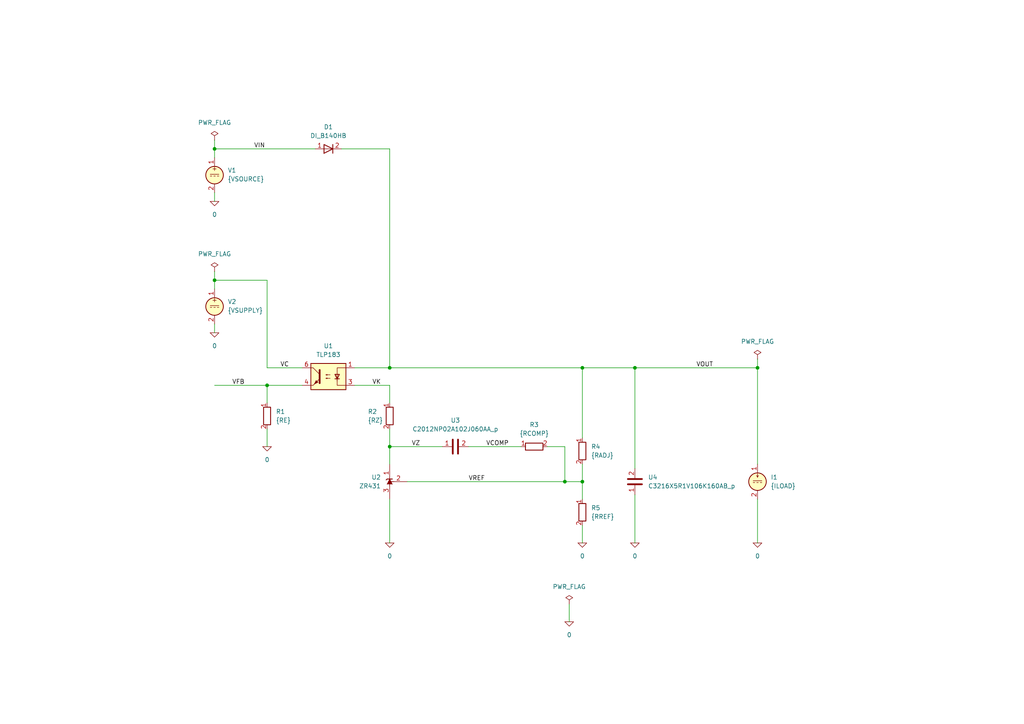
<source format=kicad_sch>
(kicad_sch
	(version 20250114)
	(generator "eeschema")
	(generator_version "9.0")
	(uuid "438b4df7-5a86-453e-be28-7fe7d9dcae83")
	(paper "A4")
	(title_block
		(title "Photocoupling voltage feedback")
		(date "2025-07-09")
		(rev "1")
		(company "astroelectronic@")
		(comment 1 "-")
		(comment 2 "-")
		(comment 3 "-")
		(comment 4 "AE01009183")
	)
	(lib_symbols
		(symbol "C_1"
			(pin_names
				(offset 0.254)
				(hide yes)
			)
			(exclude_from_sim no)
			(in_bom yes)
			(on_board yes)
			(property "Reference" "C"
				(at 0.635 2.54 0)
				(effects
					(font
						(size 1.27 1.27)
					)
					(justify left)
				)
			)
			(property "Value" "C"
				(at 0.635 -2.54 0)
				(effects
					(font
						(size 1.27 1.27)
					)
					(justify left)
				)
			)
			(property "Footprint" ""
				(at 0.9652 -3.81 0)
				(effects
					(font
						(size 1.27 1.27)
					)
					(hide yes)
				)
			)
			(property "Datasheet" "~"
				(at 0 0 0)
				(effects
					(font
						(size 1.27 1.27)
					)
					(hide yes)
				)
			)
			(property "Description" "Unpolarized capacitor"
				(at 0 0 0)
				(effects
					(font
						(size 1.27 1.27)
					)
					(hide yes)
				)
			)
			(property "ki_keywords" "cap capacitor"
				(at 0 0 0)
				(effects
					(font
						(size 1.27 1.27)
					)
					(hide yes)
				)
			)
			(property "ki_fp_filters" "C_*"
				(at 0 0 0)
				(effects
					(font
						(size 1.27 1.27)
					)
					(hide yes)
				)
			)
			(symbol "C_1_0_1"
				(polyline
					(pts
						(xy -2.032 0.762) (xy 2.032 0.762)
					)
					(stroke
						(width 0.508)
						(type default)
					)
					(fill
						(type none)
					)
				)
				(polyline
					(pts
						(xy -2.032 -0.762) (xy 2.032 -0.762)
					)
					(stroke
						(width 0.508)
						(type default)
					)
					(fill
						(type none)
					)
				)
			)
			(symbol "C_1_1_1"
				(pin passive line
					(at 0 3.81 270)
					(length 2.794)
					(name "~"
						(effects
							(font
								(size 1.27 1.27)
							)
						)
					)
					(number "1"
						(effects
							(font
								(size 1.27 1.27)
							)
						)
					)
				)
				(pin passive line
					(at 0 -3.81 90)
					(length 2.794)
					(name "~"
						(effects
							(font
								(size 1.27 1.27)
							)
						)
					)
					(number "2"
						(effects
							(font
								(size 1.27 1.27)
							)
						)
					)
				)
			)
			(embedded_fonts no)
		)
		(symbol "R_1"
			(pin_names
				(offset 0)
				(hide yes)
			)
			(exclude_from_sim no)
			(in_bom yes)
			(on_board yes)
			(property "Reference" "R"
				(at 2.032 0 90)
				(effects
					(font
						(size 1.27 1.27)
					)
				)
			)
			(property "Value" "R"
				(at 0 0 90)
				(effects
					(font
						(size 1.27 1.27)
					)
				)
			)
			(property "Footprint" ""
				(at -1.778 0 90)
				(effects
					(font
						(size 1.27 1.27)
					)
					(hide yes)
				)
			)
			(property "Datasheet" "~"
				(at 0 0 0)
				(effects
					(font
						(size 1.27 1.27)
					)
					(hide yes)
				)
			)
			(property "Description" "Resistor"
				(at 0 0 0)
				(effects
					(font
						(size 1.27 1.27)
					)
					(hide yes)
				)
			)
			(property "ki_keywords" "R res resistor"
				(at 0 0 0)
				(effects
					(font
						(size 1.27 1.27)
					)
					(hide yes)
				)
			)
			(property "ki_fp_filters" "R_*"
				(at 0 0 0)
				(effects
					(font
						(size 1.27 1.27)
					)
					(hide yes)
				)
			)
			(symbol "R_1_0_1"
				(rectangle
					(start -1.016 -2.54)
					(end 1.016 2.54)
					(stroke
						(width 0.254)
						(type default)
					)
					(fill
						(type none)
					)
				)
			)
			(symbol "R_1_1_1"
				(pin passive line
					(at 0 3.81 270)
					(length 1.27)
					(name "~"
						(effects
							(font
								(size 1.27 1.27)
							)
						)
					)
					(number "1"
						(effects
							(font
								(size 1.27 1.27)
							)
						)
					)
				)
				(pin passive line
					(at 0 -3.81 90)
					(length 1.27)
					(name "~"
						(effects
							(font
								(size 1.27 1.27)
							)
						)
					)
					(number "2"
						(effects
							(font
								(size 1.27 1.27)
							)
						)
					)
				)
			)
			(embedded_fonts no)
		)
		(symbol "R_2"
			(pin_names
				(offset 0)
				(hide yes)
			)
			(exclude_from_sim no)
			(in_bom yes)
			(on_board yes)
			(property "Reference" "R"
				(at 2.032 0 90)
				(effects
					(font
						(size 1.27 1.27)
					)
				)
			)
			(property "Value" "R"
				(at 0 0 90)
				(effects
					(font
						(size 1.27 1.27)
					)
				)
			)
			(property "Footprint" ""
				(at -1.778 0 90)
				(effects
					(font
						(size 1.27 1.27)
					)
					(hide yes)
				)
			)
			(property "Datasheet" "~"
				(at 0 0 0)
				(effects
					(font
						(size 1.27 1.27)
					)
					(hide yes)
				)
			)
			(property "Description" "Resistor"
				(at 0 0 0)
				(effects
					(font
						(size 1.27 1.27)
					)
					(hide yes)
				)
			)
			(property "ki_keywords" "R res resistor"
				(at 0 0 0)
				(effects
					(font
						(size 1.27 1.27)
					)
					(hide yes)
				)
			)
			(property "ki_fp_filters" "R_*"
				(at 0 0 0)
				(effects
					(font
						(size 1.27 1.27)
					)
					(hide yes)
				)
			)
			(symbol "R_2_0_1"
				(rectangle
					(start -1.016 -2.54)
					(end 1.016 2.54)
					(stroke
						(width 0.254)
						(type default)
					)
					(fill
						(type none)
					)
				)
			)
			(symbol "R_2_1_1"
				(pin passive line
					(at 0 3.81 270)
					(length 1.27)
					(name "~"
						(effects
							(font
								(size 1.27 1.27)
							)
						)
					)
					(number "1"
						(effects
							(font
								(size 1.27 1.27)
							)
						)
					)
				)
				(pin passive line
					(at 0 -3.81 90)
					(length 1.27)
					(name "~"
						(effects
							(font
								(size 1.27 1.27)
							)
						)
					)
					(number "2"
						(effects
							(font
								(size 1.27 1.27)
							)
						)
					)
				)
			)
			(embedded_fonts no)
		)
		(symbol "R_3"
			(pin_names
				(offset 0)
				(hide yes)
			)
			(exclude_from_sim no)
			(in_bom yes)
			(on_board yes)
			(property "Reference" "R"
				(at 2.032 0 90)
				(effects
					(font
						(size 1.27 1.27)
					)
				)
			)
			(property "Value" "R"
				(at 0 0 90)
				(effects
					(font
						(size 1.27 1.27)
					)
				)
			)
			(property "Footprint" ""
				(at -1.778 0 90)
				(effects
					(font
						(size 1.27 1.27)
					)
					(hide yes)
				)
			)
			(property "Datasheet" "~"
				(at 0 0 0)
				(effects
					(font
						(size 1.27 1.27)
					)
					(hide yes)
				)
			)
			(property "Description" "Resistor"
				(at 0 0 0)
				(effects
					(font
						(size 1.27 1.27)
					)
					(hide yes)
				)
			)
			(property "ki_keywords" "R res resistor"
				(at 0 0 0)
				(effects
					(font
						(size 1.27 1.27)
					)
					(hide yes)
				)
			)
			(property "ki_fp_filters" "R_*"
				(at 0 0 0)
				(effects
					(font
						(size 1.27 1.27)
					)
					(hide yes)
				)
			)
			(symbol "R_3_0_1"
				(rectangle
					(start -1.016 -2.54)
					(end 1.016 2.54)
					(stroke
						(width 0.254)
						(type default)
					)
					(fill
						(type none)
					)
				)
			)
			(symbol "R_3_1_1"
				(pin passive line
					(at 0 3.81 270)
					(length 1.27)
					(name "~"
						(effects
							(font
								(size 1.27 1.27)
							)
						)
					)
					(number "1"
						(effects
							(font
								(size 1.27 1.27)
							)
						)
					)
				)
				(pin passive line
					(at 0 -3.81 90)
					(length 1.27)
					(name "~"
						(effects
							(font
								(size 1.27 1.27)
							)
						)
					)
					(number "2"
						(effects
							(font
								(size 1.27 1.27)
							)
						)
					)
				)
			)
			(embedded_fonts no)
		)
		(symbol "R_4"
			(pin_names
				(offset 0)
				(hide yes)
			)
			(exclude_from_sim no)
			(in_bom yes)
			(on_board yes)
			(property "Reference" "R"
				(at 2.032 0 90)
				(effects
					(font
						(size 1.27 1.27)
					)
				)
			)
			(property "Value" "R"
				(at 0 0 90)
				(effects
					(font
						(size 1.27 1.27)
					)
				)
			)
			(property "Footprint" ""
				(at -1.778 0 90)
				(effects
					(font
						(size 1.27 1.27)
					)
					(hide yes)
				)
			)
			(property "Datasheet" "~"
				(at 0 0 0)
				(effects
					(font
						(size 1.27 1.27)
					)
					(hide yes)
				)
			)
			(property "Description" "Resistor"
				(at 0 0 0)
				(effects
					(font
						(size 1.27 1.27)
					)
					(hide yes)
				)
			)
			(property "ki_keywords" "R res resistor"
				(at 0 0 0)
				(effects
					(font
						(size 1.27 1.27)
					)
					(hide yes)
				)
			)
			(property "ki_fp_filters" "R_*"
				(at 0 0 0)
				(effects
					(font
						(size 1.27 1.27)
					)
					(hide yes)
				)
			)
			(symbol "R_4_0_1"
				(rectangle
					(start -1.016 -2.54)
					(end 1.016 2.54)
					(stroke
						(width 0.254)
						(type default)
					)
					(fill
						(type none)
					)
				)
			)
			(symbol "R_4_1_1"
				(pin passive line
					(at 0 3.81 270)
					(length 1.27)
					(name "~"
						(effects
							(font
								(size 1.27 1.27)
							)
						)
					)
					(number "1"
						(effects
							(font
								(size 1.27 1.27)
							)
						)
					)
				)
				(pin passive line
					(at 0 -3.81 90)
					(length 1.27)
					(name "~"
						(effects
							(font
								(size 1.27 1.27)
							)
						)
					)
					(number "2"
						(effects
							(font
								(size 1.27 1.27)
							)
						)
					)
				)
			)
			(embedded_fonts no)
		)
		(symbol "TLP183:0"
			(power)
			(pin_names
				(offset 0)
			)
			(exclude_from_sim no)
			(in_bom yes)
			(on_board yes)
			(property "Reference" "#GND"
				(at 0 -2.54 0)
				(effects
					(font
						(size 1.27 1.27)
					)
					(hide yes)
				)
			)
			(property "Value" "0"
				(at 0 -1.778 0)
				(effects
					(font
						(size 1.27 1.27)
					)
				)
			)
			(property "Footprint" ""
				(at 0 0 0)
				(effects
					(font
						(size 1.27 1.27)
					)
					(hide yes)
				)
			)
			(property "Datasheet" "~"
				(at 0 0 0)
				(effects
					(font
						(size 1.27 1.27)
					)
					(hide yes)
				)
			)
			(property "Description" "0V reference potential for simulation"
				(at 0 0 0)
				(effects
					(font
						(size 1.27 1.27)
					)
					(hide yes)
				)
			)
			(property "ki_keywords" "simulation"
				(at 0 0 0)
				(effects
					(font
						(size 1.27 1.27)
					)
					(hide yes)
				)
			)
			(symbol "0_0_1"
				(polyline
					(pts
						(xy -1.27 0) (xy 0 -1.27) (xy 1.27 0) (xy -1.27 0)
					)
					(stroke
						(width 0)
						(type default)
					)
					(fill
						(type none)
					)
				)
			)
			(symbol "0_1_1"
				(pin power_in line
					(at 0 0 0)
					(length 0)
					(hide yes)
					(name "0"
						(effects
							(font
								(size 1.016 1.016)
							)
						)
					)
					(number "1"
						(effects
							(font
								(size 1.016 1.016)
							)
						)
					)
				)
			)
			(embedded_fonts no)
		)
		(symbol "TLP183:C"
			(pin_names
				(offset 0.254)
				(hide yes)
			)
			(exclude_from_sim no)
			(in_bom yes)
			(on_board yes)
			(property "Reference" "C"
				(at 0.635 2.54 0)
				(effects
					(font
						(size 1.27 1.27)
					)
					(justify left)
				)
			)
			(property "Value" "C"
				(at 0.635 -2.54 0)
				(effects
					(font
						(size 1.27 1.27)
					)
					(justify left)
				)
			)
			(property "Footprint" ""
				(at 0.9652 -3.81 0)
				(effects
					(font
						(size 1.27 1.27)
					)
					(hide yes)
				)
			)
			(property "Datasheet" "~"
				(at 0 0 0)
				(effects
					(font
						(size 1.27 1.27)
					)
					(hide yes)
				)
			)
			(property "Description" "Unpolarized capacitor"
				(at 0 0 0)
				(effects
					(font
						(size 1.27 1.27)
					)
					(hide yes)
				)
			)
			(property "ki_keywords" "cap capacitor"
				(at 0 0 0)
				(effects
					(font
						(size 1.27 1.27)
					)
					(hide yes)
				)
			)
			(property "ki_fp_filters" "C_*"
				(at 0 0 0)
				(effects
					(font
						(size 1.27 1.27)
					)
					(hide yes)
				)
			)
			(symbol "C_0_1"
				(polyline
					(pts
						(xy -2.032 0.762) (xy 2.032 0.762)
					)
					(stroke
						(width 0.508)
						(type default)
					)
					(fill
						(type none)
					)
				)
				(polyline
					(pts
						(xy -2.032 -0.762) (xy 2.032 -0.762)
					)
					(stroke
						(width 0.508)
						(type default)
					)
					(fill
						(type none)
					)
				)
			)
			(symbol "C_1_1"
				(pin passive line
					(at 0 3.81 270)
					(length 2.794)
					(name "~"
						(effects
							(font
								(size 1.27 1.27)
							)
						)
					)
					(number "1"
						(effects
							(font
								(size 1.27 1.27)
							)
						)
					)
				)
				(pin passive line
					(at 0 -3.81 90)
					(length 2.794)
					(name "~"
						(effects
							(font
								(size 1.27 1.27)
							)
						)
					)
					(number "2"
						(effects
							(font
								(size 1.27 1.27)
							)
						)
					)
				)
			)
			(embedded_fonts no)
		)
		(symbol "TLP183:DIODE"
			(pin_names
				(offset 1.016)
				(hide yes)
			)
			(exclude_from_sim no)
			(in_bom yes)
			(on_board yes)
			(property "Reference" "D"
				(at 0 2.54 0)
				(effects
					(font
						(size 1.27 1.27)
					)
				)
			)
			(property "Value" "${SIM.PARAMS}"
				(at 0 -2.54 0)
				(effects
					(font
						(size 1.27 1.27)
					)
				)
			)
			(property "Footprint" ""
				(at 0 0 0)
				(effects
					(font
						(size 1.27 1.27)
					)
					(hide yes)
				)
			)
			(property "Datasheet" "~"
				(at 0 0 0)
				(effects
					(font
						(size 1.27 1.27)
					)
					(hide yes)
				)
			)
			(property "Description" "Diode, anode on pin 1, for simulation only!"
				(at 0 0 0)
				(effects
					(font
						(size 1.27 1.27)
					)
					(hide yes)
				)
			)
			(property "Sim.Pins" "1=1 2=2"
				(at 0 0 0)
				(effects
					(font
						(size 1.27 1.27)
					)
					(hide yes)
				)
			)
			(property "Sim.Device" "SPICE"
				(at 0 0 0)
				(effects
					(font
						(size 1.27 1.27)
					)
					(justify left)
					(hide yes)
				)
			)
			(property "Sim.Params" "type=\"D\" model=\"DIODE\" lib=\"\""
				(at 0 0 0)
				(effects
					(font
						(size 1.27 1.27)
					)
					(hide yes)
				)
			)
			(property "Spice_Netlist_Enabled" "Y"
				(at 0 0 0)
				(effects
					(font
						(size 1.27 1.27)
					)
					(justify left)
					(hide yes)
				)
			)
			(property "ki_keywords" "simulation"
				(at 0 0 0)
				(effects
					(font
						(size 1.27 1.27)
					)
					(hide yes)
				)
			)
			(symbol "DIODE_0_1"
				(polyline
					(pts
						(xy -1.27 -1.27) (xy -1.27 1.27) (xy 1.27 0) (xy -1.27 -1.27)
					)
					(stroke
						(width 0.254)
						(type default)
					)
					(fill
						(type none)
					)
				)
				(polyline
					(pts
						(xy 1.27 1.27) (xy 1.27 -1.27)
					)
					(stroke
						(width 0.254)
						(type default)
					)
					(fill
						(type none)
					)
				)
				(polyline
					(pts
						(xy 1.27 0) (xy -1.27 0)
					)
					(stroke
						(width 0)
						(type default)
					)
					(fill
						(type none)
					)
				)
			)
			(symbol "DIODE_1_1"
				(pin passive line
					(at -3.81 0 0)
					(length 2.54)
					(name "A"
						(effects
							(font
								(size 1.27 1.27)
							)
						)
					)
					(number "1"
						(effects
							(font
								(size 1.27 1.27)
							)
						)
					)
				)
				(pin passive line
					(at 3.81 0 180)
					(length 2.54)
					(name "K"
						(effects
							(font
								(size 1.27 1.27)
							)
						)
					)
					(number "2"
						(effects
							(font
								(size 1.27 1.27)
							)
						)
					)
				)
			)
			(embedded_fonts no)
		)
		(symbol "TLP183:IDC"
			(pin_names
				(offset 0.0254)
				(hide yes)
			)
			(exclude_from_sim no)
			(in_bom yes)
			(on_board yes)
			(property "Reference" "I"
				(at 2.54 2.54 0)
				(effects
					(font
						(size 1.27 1.27)
					)
					(justify left)
				)
			)
			(property "Value" "1"
				(at 2.54 0 0)
				(effects
					(font
						(size 1.27 1.27)
					)
					(justify left)
				)
			)
			(property "Footprint" ""
				(at 0 0 0)
				(effects
					(font
						(size 1.27 1.27)
					)
					(hide yes)
				)
			)
			(property "Datasheet" "~"
				(at 0 0 0)
				(effects
					(font
						(size 1.27 1.27)
					)
					(hide yes)
				)
			)
			(property "Description" "Current source, DC"
				(at 0 0 0)
				(effects
					(font
						(size 1.27 1.27)
					)
					(hide yes)
				)
			)
			(property "Sim.Pins" "1=+ 2=-"
				(at 0 0 0)
				(effects
					(font
						(size 1.27 1.27)
					)
					(hide yes)
				)
			)
			(property "Sim.Type" "DC"
				(at 0 0 0)
				(effects
					(font
						(size 1.27 1.27)
					)
					(hide yes)
				)
			)
			(property "Sim.Device" "I"
				(at 0 0 0)
				(effects
					(font
						(size 1.27 1.27)
					)
					(justify left)
					(hide yes)
				)
			)
			(property "Spice_Netlist_Enabled" "Y"
				(at 0 0 0)
				(effects
					(font
						(size 1.27 1.27)
					)
					(justify left)
					(hide yes)
				)
			)
			(property "ki_keywords" "simulation"
				(at 0 0 0)
				(effects
					(font
						(size 1.27 1.27)
					)
					(hide yes)
				)
			)
			(symbol "IDC_0_0"
				(polyline
					(pts
						(xy -1.27 0.254) (xy 1.27 0.254)
					)
					(stroke
						(width 0)
						(type default)
					)
					(fill
						(type none)
					)
				)
				(polyline
					(pts
						(xy -0.762 -0.254) (xy -1.27 -0.254)
					)
					(stroke
						(width 0)
						(type default)
					)
					(fill
						(type none)
					)
				)
				(polyline
					(pts
						(xy 0.254 -0.254) (xy -0.254 -0.254)
					)
					(stroke
						(width 0)
						(type default)
					)
					(fill
						(type none)
					)
				)
				(polyline
					(pts
						(xy 1.27 -0.254) (xy 0.762 -0.254)
					)
					(stroke
						(width 0)
						(type default)
					)
					(fill
						(type none)
					)
				)
			)
			(symbol "IDC_0_1"
				(polyline
					(pts
						(xy -0.254 1.778) (xy 0 1.27) (xy 0.254 1.778)
					)
					(stroke
						(width 0)
						(type default)
					)
					(fill
						(type none)
					)
				)
				(polyline
					(pts
						(xy 0 1.27) (xy 0 2.286)
					)
					(stroke
						(width 0)
						(type default)
					)
					(fill
						(type none)
					)
				)
				(circle
					(center 0 0)
					(radius 2.54)
					(stroke
						(width 0.254)
						(type default)
					)
					(fill
						(type background)
					)
				)
			)
			(symbol "IDC_1_1"
				(pin passive line
					(at 0 5.08 270)
					(length 2.54)
					(name "~"
						(effects
							(font
								(size 1.27 1.27)
							)
						)
					)
					(number "1"
						(effects
							(font
								(size 1.27 1.27)
							)
						)
					)
				)
				(pin passive line
					(at 0 -5.08 90)
					(length 2.54)
					(name "~"
						(effects
							(font
								(size 1.27 1.27)
							)
						)
					)
					(number "2"
						(effects
							(font
								(size 1.27 1.27)
							)
						)
					)
				)
			)
			(embedded_fonts no)
		)
		(symbol "TLP183:PWR_FLAG"
			(power)
			(pin_numbers
				(hide yes)
			)
			(pin_names
				(offset 0)
				(hide yes)
			)
			(exclude_from_sim no)
			(in_bom yes)
			(on_board yes)
			(property "Reference" "#FLG"
				(at 0 1.905 0)
				(effects
					(font
						(size 1.27 1.27)
					)
					(hide yes)
				)
			)
			(property "Value" "PWR_FLAG"
				(at 0 3.81 0)
				(effects
					(font
						(size 1.27 1.27)
					)
				)
			)
			(property "Footprint" ""
				(at 0 0 0)
				(effects
					(font
						(size 1.27 1.27)
					)
					(hide yes)
				)
			)
			(property "Datasheet" "~"
				(at 0 0 0)
				(effects
					(font
						(size 1.27 1.27)
					)
					(hide yes)
				)
			)
			(property "Description" "Special symbol for telling ERC where power comes from"
				(at 0 0 0)
				(effects
					(font
						(size 1.27 1.27)
					)
					(hide yes)
				)
			)
			(property "ki_keywords" "flag power"
				(at 0 0 0)
				(effects
					(font
						(size 1.27 1.27)
					)
					(hide yes)
				)
			)
			(symbol "PWR_FLAG_0_0"
				(pin power_out line
					(at 0 0 90)
					(length 0)
					(name "pwr"
						(effects
							(font
								(size 1.27 1.27)
							)
						)
					)
					(number "1"
						(effects
							(font
								(size 1.27 1.27)
							)
						)
					)
				)
			)
			(symbol "PWR_FLAG_0_1"
				(polyline
					(pts
						(xy 0 0) (xy 0 1.27) (xy -1.016 1.905) (xy 0 2.54) (xy 1.016 1.905) (xy 0 1.27)
					)
					(stroke
						(width 0)
						(type default)
					)
					(fill
						(type none)
					)
				)
			)
			(embedded_fonts no)
		)
		(symbol "TLP183:R"
			(pin_names
				(offset 0)
				(hide yes)
			)
			(exclude_from_sim no)
			(in_bom yes)
			(on_board yes)
			(property "Reference" "R"
				(at 2.032 0 90)
				(effects
					(font
						(size 1.27 1.27)
					)
				)
			)
			(property "Value" "R"
				(at 0 0 90)
				(effects
					(font
						(size 1.27 1.27)
					)
				)
			)
			(property "Footprint" ""
				(at -1.778 0 90)
				(effects
					(font
						(size 1.27 1.27)
					)
					(hide yes)
				)
			)
			(property "Datasheet" "~"
				(at 0 0 0)
				(effects
					(font
						(size 1.27 1.27)
					)
					(hide yes)
				)
			)
			(property "Description" "Resistor"
				(at 0 0 0)
				(effects
					(font
						(size 1.27 1.27)
					)
					(hide yes)
				)
			)
			(property "ki_keywords" "R res resistor"
				(at 0 0 0)
				(effects
					(font
						(size 1.27 1.27)
					)
					(hide yes)
				)
			)
			(property "ki_fp_filters" "R_*"
				(at 0 0 0)
				(effects
					(font
						(size 1.27 1.27)
					)
					(hide yes)
				)
			)
			(symbol "R_0_1"
				(rectangle
					(start -1.016 -2.54)
					(end 1.016 2.54)
					(stroke
						(width 0.254)
						(type default)
					)
					(fill
						(type none)
					)
				)
			)
			(symbol "R_1_1"
				(pin passive line
					(at 0 3.81 270)
					(length 1.27)
					(name "~"
						(effects
							(font
								(size 1.27 1.27)
							)
						)
					)
					(number "1"
						(effects
							(font
								(size 1.27 1.27)
							)
						)
					)
				)
				(pin passive line
					(at 0 -3.81 90)
					(length 1.27)
					(name "~"
						(effects
							(font
								(size 1.27 1.27)
							)
						)
					)
					(number "2"
						(effects
							(font
								(size 1.27 1.27)
							)
						)
					)
				)
			)
			(embedded_fonts no)
		)
		(symbol "TLP183:TLP183"
			(exclude_from_sim no)
			(in_bom yes)
			(on_board yes)
			(property "Reference" "U"
				(at -5.08 5.08 0)
				(effects
					(font
						(size 1.27 1.27)
					)
					(justify left)
				)
			)
			(property "Value" "TLP183"
				(at 0 5.08 0)
				(effects
					(font
						(size 1.27 1.27)
					)
					(justify left)
				)
			)
			(property "Footprint" ""
				(at -5.08 -5.08 0)
				(effects
					(font
						(size 1.27 1.27)
					)
					(justify left)
					(hide yes)
				)
			)
			(property "Datasheet" "~"
				(at 0 0 0)
				(effects
					(font
						(size 1.27 1.27)
					)
					(justify left)
					(hide yes)
				)
			)
			(property "Description" ""
				(at 0 0 0)
				(effects
					(font
						(size 1.27 1.27)
					)
					(hide yes)
				)
			)
			(property "ki_fp_filters" "SOIC*4.55x2.6mm*P1.27mm*"
				(at 0 0 0)
				(effects
					(font
						(size 1.27 1.27)
					)
					(hide yes)
				)
			)
			(symbol "TLP183_0_1"
				(rectangle
					(start -5.08 3.81)
					(end 5.08 -3.81)
					(stroke
						(width 0.254)
						(type default)
					)
					(fill
						(type background)
					)
				)
				(polyline
					(pts
						(xy -5.08 2.54) (xy -2.54 2.54) (xy -2.54 -1.27) (xy -2.54 0.635)
					)
					(stroke
						(width 0)
						(type default)
					)
					(fill
						(type none)
					)
				)
				(polyline
					(pts
						(xy -3.175 -0.635) (xy -1.905 -0.635)
					)
					(stroke
						(width 0.254)
						(type default)
					)
					(fill
						(type none)
					)
				)
				(polyline
					(pts
						(xy -2.54 -0.635) (xy -2.54 -2.54) (xy -5.08 -2.54)
					)
					(stroke
						(width 0)
						(type default)
					)
					(fill
						(type none)
					)
				)
				(polyline
					(pts
						(xy -2.54 -0.635) (xy -3.175 0.635) (xy -1.905 0.635) (xy -2.54 -0.635)
					)
					(stroke
						(width 0.254)
						(type default)
					)
					(fill
						(type none)
					)
				)
				(polyline
					(pts
						(xy -0.508 0.508) (xy 0.762 0.508) (xy 0.381 0.381) (xy 0.381 0.635) (xy 0.762 0.508)
					)
					(stroke
						(width 0)
						(type default)
					)
					(fill
						(type none)
					)
				)
				(polyline
					(pts
						(xy -0.508 -0.508) (xy 0.762 -0.508) (xy 0.381 -0.635) (xy 0.381 -0.381) (xy 0.762 -0.508)
					)
					(stroke
						(width 0)
						(type default)
					)
					(fill
						(type none)
					)
				)
				(polyline
					(pts
						(xy 2.54 1.905) (xy 2.54 -1.905) (xy 2.54 -1.905)
					)
					(stroke
						(width 0.508)
						(type default)
					)
					(fill
						(type none)
					)
				)
				(polyline
					(pts
						(xy 2.54 0.635) (xy 4.445 2.54)
					)
					(stroke
						(width 0)
						(type default)
					)
					(fill
						(type none)
					)
				)
				(polyline
					(pts
						(xy 3.048 -1.651) (xy 3.556 -1.143) (xy 4.064 -2.159) (xy 3.048 -1.651) (xy 3.048 -1.651)
					)
					(stroke
						(width 0)
						(type default)
					)
					(fill
						(type outline)
					)
				)
				(polyline
					(pts
						(xy 4.445 2.54) (xy 5.08 2.54)
					)
					(stroke
						(width 0)
						(type default)
					)
					(fill
						(type none)
					)
				)
				(polyline
					(pts
						(xy 4.445 -2.54) (xy 2.54 -0.635)
					)
					(stroke
						(width 0)
						(type default)
					)
					(fill
						(type outline)
					)
				)
				(polyline
					(pts
						(xy 4.445 -2.54) (xy 5.08 -2.54)
					)
					(stroke
						(width 0)
						(type default)
					)
					(fill
						(type none)
					)
				)
			)
			(symbol "TLP183_1_1"
				(pin passive line
					(at -7.62 2.54 0)
					(length 2.54)
					(name "~"
						(effects
							(font
								(size 1.27 1.27)
							)
						)
					)
					(number "1"
						(effects
							(font
								(size 1.27 1.27)
							)
						)
					)
				)
				(pin passive line
					(at -7.62 -2.54 0)
					(length 2.54)
					(name "~"
						(effects
							(font
								(size 1.27 1.27)
							)
						)
					)
					(number "3"
						(effects
							(font
								(size 1.27 1.27)
							)
						)
					)
				)
				(pin passive line
					(at 7.62 2.54 180)
					(length 2.54)
					(name "~"
						(effects
							(font
								(size 1.27 1.27)
							)
						)
					)
					(number "6"
						(effects
							(font
								(size 1.27 1.27)
							)
						)
					)
				)
				(pin passive line
					(at 7.62 -2.54 180)
					(length 2.54)
					(name "~"
						(effects
							(font
								(size 1.27 1.27)
							)
						)
					)
					(number "4"
						(effects
							(font
								(size 1.27 1.27)
							)
						)
					)
				)
			)
			(embedded_fonts no)
		)
		(symbol "TLP183:VDC"
			(pin_names
				(offset 0.0254)
				(hide yes)
			)
			(exclude_from_sim no)
			(in_bom yes)
			(on_board yes)
			(property "Reference" "V"
				(at 2.54 2.54 0)
				(effects
					(font
						(size 1.27 1.27)
					)
					(justify left)
				)
			)
			(property "Value" "1"
				(at 2.54 0 0)
				(effects
					(font
						(size 1.27 1.27)
					)
					(justify left)
				)
			)
			(property "Footprint" ""
				(at 0 0 0)
				(effects
					(font
						(size 1.27 1.27)
					)
					(hide yes)
				)
			)
			(property "Datasheet" "~"
				(at 0 0 0)
				(effects
					(font
						(size 1.27 1.27)
					)
					(hide yes)
				)
			)
			(property "Description" "Voltage source, DC"
				(at 0 0 0)
				(effects
					(font
						(size 1.27 1.27)
					)
					(hide yes)
				)
			)
			(property "Sim.Pins" "1=+ 2=-"
				(at 0 0 0)
				(effects
					(font
						(size 1.27 1.27)
					)
					(hide yes)
				)
			)
			(property "Sim.Type" "DC"
				(at 0 0 0)
				(effects
					(font
						(size 1.27 1.27)
					)
					(hide yes)
				)
			)
			(property "Sim.Device" "V"
				(at 0 0 0)
				(effects
					(font
						(size 1.27 1.27)
					)
					(justify left)
					(hide yes)
				)
			)
			(property "Spice_Netlist_Enabled" "Y"
				(at 0 0 0)
				(effects
					(font
						(size 1.27 1.27)
					)
					(justify left)
					(hide yes)
				)
			)
			(property "ki_keywords" "simulation"
				(at 0 0 0)
				(effects
					(font
						(size 1.27 1.27)
					)
					(hide yes)
				)
			)
			(symbol "VDC_0_0"
				(polyline
					(pts
						(xy -1.27 0.254) (xy 1.27 0.254)
					)
					(stroke
						(width 0)
						(type default)
					)
					(fill
						(type none)
					)
				)
				(polyline
					(pts
						(xy -0.762 -0.254) (xy -1.27 -0.254)
					)
					(stroke
						(width 0)
						(type default)
					)
					(fill
						(type none)
					)
				)
				(polyline
					(pts
						(xy 0.254 -0.254) (xy -0.254 -0.254)
					)
					(stroke
						(width 0)
						(type default)
					)
					(fill
						(type none)
					)
				)
				(polyline
					(pts
						(xy 1.27 -0.254) (xy 0.762 -0.254)
					)
					(stroke
						(width 0)
						(type default)
					)
					(fill
						(type none)
					)
				)
				(text "+"
					(at 0 1.905 0)
					(effects
						(font
							(size 1.27 1.27)
						)
					)
				)
			)
			(symbol "VDC_0_1"
				(circle
					(center 0 0)
					(radius 2.54)
					(stroke
						(width 0.254)
						(type default)
					)
					(fill
						(type background)
					)
				)
			)
			(symbol "VDC_1_1"
				(pin passive line
					(at 0 5.08 270)
					(length 2.54)
					(name "~"
						(effects
							(font
								(size 1.27 1.27)
							)
						)
					)
					(number "1"
						(effects
							(font
								(size 1.27 1.27)
							)
						)
					)
				)
				(pin passive line
					(at 0 -5.08 90)
					(length 2.54)
					(name "~"
						(effects
							(font
								(size 1.27 1.27)
							)
						)
					)
					(number "2"
						(effects
							(font
								(size 1.27 1.27)
							)
						)
					)
				)
			)
			(embedded_fonts no)
		)
		(symbol "TLP183:ZR431"
			(pin_names
				(hide yes)
			)
			(exclude_from_sim no)
			(in_bom yes)
			(on_board yes)
			(property "Reference" "U"
				(at 0 -2.54 0)
				(effects
					(font
						(size 1.27 1.27)
					)
				)
			)
			(property "Value" "ZR431"
				(at 0 -4.445 0)
				(effects
					(font
						(size 1.27 1.27)
					)
				)
			)
			(property "Footprint" ""
				(at 0 -6.35 0)
				(effects
					(font
						(size 1.27 1.27)
						(italic yes)
					)
					(hide yes)
				)
			)
			(property "Datasheet" "https://www.diodes.com/assets/Datasheets/ZR431.pdf"
				(at 0 -6.35 0)
				(effects
					(font
						(size 1.27 1.27)
						(italic yes)
					)
					(hide yes)
				)
			)
			(property "Description" "Shunt Regulator, SOT-23, SOT-223"
				(at 0 0 0)
				(effects
					(font
						(size 1.27 1.27)
					)
					(hide yes)
				)
			)
			(property "ki_keywords" "diode device shunt regulator. Simulation."
				(at 0 0 0)
				(effects
					(font
						(size 1.27 1.27)
					)
					(hide yes)
				)
			)
			(property "ki_fp_filters" "SOIC?8*3.9x4.9mm*P1.27mm*"
				(at 0 0 0)
				(effects
					(font
						(size 1.27 1.27)
					)
					(hide yes)
				)
			)
			(symbol "ZR431_0_1"
				(polyline
					(pts
						(xy -1.27 0) (xy 0 0) (xy 1.27 0)
					)
					(stroke
						(width 0)
						(type default)
					)
					(fill
						(type none)
					)
				)
				(polyline
					(pts
						(xy -0.762 0.762) (xy 0.762 0) (xy -0.762 -0.762)
					)
					(stroke
						(width 0)
						(type default)
					)
					(fill
						(type outline)
					)
				)
				(polyline
					(pts
						(xy 0.508 -1.016) (xy 0.762 -0.762) (xy 0.762 0.762) (xy 0.762 0.762)
					)
					(stroke
						(width 0.254)
						(type default)
					)
					(fill
						(type none)
					)
				)
			)
			(symbol "ZR431_1_1"
				(polyline
					(pts
						(xy 0 1.27) (xy 0 0)
					)
					(stroke
						(width 0)
						(type default)
					)
					(fill
						(type none)
					)
				)
				(pin passive line
					(at -5.08 0 0)
					(length 5.08)
					(name "A"
						(effects
							(font
								(size 1.27 1.27)
							)
						)
					)
					(number "3"
						(effects
							(font
								(size 1.27 1.27)
							)
						)
					)
				)
				(pin passive line
					(at 0 5.08 270)
					(length 5.08)
					(name "REF"
						(effects
							(font
								(size 1.27 1.27)
							)
						)
					)
					(number "2"
						(effects
							(font
								(size 1.27 1.27)
							)
						)
					)
				)
				(pin passive line
					(at 5.08 0 180)
					(length 5.08)
					(name "K"
						(effects
							(font
								(size 1.27 1.27)
							)
						)
					)
					(number "1"
						(effects
							(font
								(size 1.27 1.27)
							)
						)
					)
				)
			)
			(embedded_fonts no)
		)
	)
	(junction
		(at 62.23 43.18)
		(diameter 0)
		(color 0 0 0 0)
		(uuid "082022d0-c900-4321-9a5b-3349d98eef0e")
	)
	(junction
		(at 113.03 129.54)
		(diameter 0)
		(color 0 0 0 0)
		(uuid "3fbde3d0-0470-4824-93bc-ba65855a6995")
	)
	(junction
		(at 113.03 106.68)
		(diameter 0)
		(color 0 0 0 0)
		(uuid "41d800c5-93f2-4a38-aa95-3bc3c1d3421e")
	)
	(junction
		(at 77.47 111.76)
		(diameter 0)
		(color 0 0 0 0)
		(uuid "5477f78a-fe06-47e4-93a4-47a944e53a4b")
	)
	(junction
		(at 168.91 139.7)
		(diameter 0)
		(color 0 0 0 0)
		(uuid "70270af1-0c90-424f-ba41-56c50ed6c11a")
	)
	(junction
		(at 163.83 139.7)
		(diameter 0)
		(color 0 0 0 0)
		(uuid "7f18a18c-06a0-479a-881d-78775f818420")
	)
	(junction
		(at 62.23 81.28)
		(diameter 0)
		(color 0 0 0 0)
		(uuid "86677400-be4f-4379-959a-72998240da94")
	)
	(junction
		(at 184.15 106.68)
		(diameter 0)
		(color 0 0 0 0)
		(uuid "d8d8c2a3-bcc1-47a9-bdb0-94a7e14e5391")
	)
	(junction
		(at 168.91 106.68)
		(diameter 0)
		(color 0 0 0 0)
		(uuid "ed1083ff-ac8e-4e50-af33-0281d7539611")
	)
	(junction
		(at 219.71 106.68)
		(diameter 0)
		(color 0 0 0 0)
		(uuid "f27bb119-4652-4550-8799-2e53b1517fa8")
	)
	(wire
		(pts
			(xy 62.23 111.76) (xy 77.47 111.76)
		)
		(stroke
			(width 0)
			(type default)
		)
		(uuid "01cf215a-b07d-4e4a-8b87-75b119c214e8")
	)
	(wire
		(pts
			(xy 219.71 104.14) (xy 219.71 106.68)
		)
		(stroke
			(width 0)
			(type default)
		)
		(uuid "10b03d49-18f1-4b14-b761-b568b0fd060e")
	)
	(wire
		(pts
			(xy 113.03 43.18) (xy 113.03 106.68)
		)
		(stroke
			(width 0)
			(type default)
		)
		(uuid "1263bdf8-551e-41ed-8b97-54ea719d1ae5")
	)
	(wire
		(pts
			(xy 113.03 129.54) (xy 128.27 129.54)
		)
		(stroke
			(width 0)
			(type default)
		)
		(uuid "146d26a4-132b-45b4-9892-bb05e7536b7b")
	)
	(wire
		(pts
			(xy 62.23 55.88) (xy 62.23 58.42)
		)
		(stroke
			(width 0)
			(type default)
		)
		(uuid "15f4edf9-26cd-410b-b515-fe60546594d6")
	)
	(wire
		(pts
			(xy 219.71 106.68) (xy 219.71 134.62)
		)
		(stroke
			(width 0)
			(type default)
		)
		(uuid "21a7f704-e682-4b6a-904a-c8135bf6cc3a")
	)
	(wire
		(pts
			(xy 62.23 81.28) (xy 77.47 81.28)
		)
		(stroke
			(width 0)
			(type default)
		)
		(uuid "22c387ff-bfe6-487f-9712-ea22b04914de")
	)
	(wire
		(pts
			(xy 135.89 129.54) (xy 151.13 129.54)
		)
		(stroke
			(width 0)
			(type default)
		)
		(uuid "299dffee-8cda-4c5f-a71a-9255c0d2df59")
	)
	(wire
		(pts
			(xy 184.15 106.68) (xy 219.71 106.68)
		)
		(stroke
			(width 0)
			(type default)
		)
		(uuid "2f773db6-be04-452b-9173-a0861ea6bd99")
	)
	(wire
		(pts
			(xy 62.23 45.72) (xy 62.23 43.18)
		)
		(stroke
			(width 0)
			(type default)
		)
		(uuid "32b15bc4-6905-4f09-919f-180ac6ad8610")
	)
	(wire
		(pts
			(xy 113.03 124.46) (xy 113.03 129.54)
		)
		(stroke
			(width 0)
			(type default)
		)
		(uuid "34a4cc41-87e3-4074-aeb8-57aa0349377e")
	)
	(wire
		(pts
			(xy 113.03 111.76) (xy 102.87 111.76)
		)
		(stroke
			(width 0)
			(type default)
		)
		(uuid "3c6f7a89-1261-46d3-ab1b-7ca2934953e2")
	)
	(wire
		(pts
			(xy 113.03 144.78) (xy 113.03 157.48)
		)
		(stroke
			(width 0)
			(type default)
		)
		(uuid "4cca039c-3320-4ff7-a058-92eee85ad1bb")
	)
	(wire
		(pts
			(xy 219.71 144.78) (xy 219.71 157.48)
		)
		(stroke
			(width 0)
			(type default)
		)
		(uuid "4ec3db60-a0a2-467e-b9d1-48c35d7b974e")
	)
	(wire
		(pts
			(xy 118.11 139.7) (xy 163.83 139.7)
		)
		(stroke
			(width 0)
			(type default)
		)
		(uuid "4f4f8011-d7bb-4f0d-aea4-b320accd528f")
	)
	(wire
		(pts
			(xy 62.23 93.98) (xy 62.23 96.52)
		)
		(stroke
			(width 0)
			(type default)
		)
		(uuid "54b60976-94c0-45c2-acd6-1c6b20698647")
	)
	(wire
		(pts
			(xy 62.23 83.82) (xy 62.23 81.28)
		)
		(stroke
			(width 0)
			(type default)
		)
		(uuid "55d95055-4b15-4505-82d9-f7b96fc29a7e")
	)
	(wire
		(pts
			(xy 168.91 106.68) (xy 184.15 106.68)
		)
		(stroke
			(width 0)
			(type default)
		)
		(uuid "629ffd0f-d8d0-4175-a128-2240689a2df2")
	)
	(wire
		(pts
			(xy 113.03 116.84) (xy 113.03 111.76)
		)
		(stroke
			(width 0)
			(type default)
		)
		(uuid "66858a11-e284-45f2-8630-22e7225418be")
	)
	(wire
		(pts
			(xy 163.83 129.54) (xy 163.83 139.7)
		)
		(stroke
			(width 0)
			(type default)
		)
		(uuid "6c193165-fb56-47fd-b633-ed66fdeb860a")
	)
	(wire
		(pts
			(xy 168.91 106.68) (xy 168.91 127)
		)
		(stroke
			(width 0)
			(type default)
		)
		(uuid "6e14fa79-ed3e-4da0-970a-ca429af08095")
	)
	(wire
		(pts
			(xy 165.1 175.26) (xy 165.1 180.34)
		)
		(stroke
			(width 0)
			(type default)
		)
		(uuid "6e42853d-0201-4dfa-a111-044445a2c578")
	)
	(wire
		(pts
			(xy 62.23 78.74) (xy 62.23 81.28)
		)
		(stroke
			(width 0)
			(type default)
		)
		(uuid "770dcd07-ac6a-4785-a059-368ead9f7497")
	)
	(wire
		(pts
			(xy 87.63 106.68) (xy 77.47 106.68)
		)
		(stroke
			(width 0)
			(type default)
		)
		(uuid "7df74c6a-a9d0-4636-ae56-0fee9b9e8825")
	)
	(wire
		(pts
			(xy 168.91 152.4) (xy 168.91 157.48)
		)
		(stroke
			(width 0)
			(type default)
		)
		(uuid "861fc26c-a3e0-4a3c-a5ec-f0036274c171")
	)
	(wire
		(pts
			(xy 184.15 106.68) (xy 184.15 135.89)
		)
		(stroke
			(width 0)
			(type default)
		)
		(uuid "8ef9836f-cadf-4d1a-88ac-1d32b07c0a62")
	)
	(wire
		(pts
			(xy 184.15 143.51) (xy 184.15 157.48)
		)
		(stroke
			(width 0)
			(type default)
		)
		(uuid "92b2b80d-98a0-40b7-a605-0e00b07fa791")
	)
	(wire
		(pts
			(xy 102.87 106.68) (xy 113.03 106.68)
		)
		(stroke
			(width 0)
			(type default)
		)
		(uuid "93f51f19-402b-4a93-acd6-52f60f854f82")
	)
	(wire
		(pts
			(xy 87.63 111.76) (xy 77.47 111.76)
		)
		(stroke
			(width 0)
			(type default)
		)
		(uuid "a5a6ded1-3d54-43d1-b18a-923867ca45e2")
	)
	(wire
		(pts
			(xy 163.83 139.7) (xy 168.91 139.7)
		)
		(stroke
			(width 0)
			(type default)
		)
		(uuid "a6d2bb35-f7f6-4b57-a20b-eb14cc1d13aa")
	)
	(wire
		(pts
			(xy 62.23 43.18) (xy 91.44 43.18)
		)
		(stroke
			(width 0)
			(type default)
		)
		(uuid "ac677692-a76d-4e8f-970c-ae2ccbba6b57")
	)
	(wire
		(pts
			(xy 77.47 111.76) (xy 77.47 116.84)
		)
		(stroke
			(width 0)
			(type default)
		)
		(uuid "b30b7f24-187a-48a9-b47f-576317bd2e90")
	)
	(wire
		(pts
			(xy 77.47 124.46) (xy 77.47 129.54)
		)
		(stroke
			(width 0)
			(type default)
		)
		(uuid "ba5ff1a8-1f42-40e1-b155-fdf6422f94f1")
	)
	(wire
		(pts
			(xy 62.23 40.64) (xy 62.23 43.18)
		)
		(stroke
			(width 0)
			(type default)
		)
		(uuid "bbbcab16-6133-453a-a931-4f8a676b9067")
	)
	(wire
		(pts
			(xy 113.03 106.68) (xy 168.91 106.68)
		)
		(stroke
			(width 0)
			(type default)
		)
		(uuid "cfeedb39-61d8-4a30-8665-50bc45d5796f")
	)
	(wire
		(pts
			(xy 77.47 81.28) (xy 77.47 106.68)
		)
		(stroke
			(width 0)
			(type default)
		)
		(uuid "dc25cd73-2f82-4228-8f72-abb1f077a000")
	)
	(wire
		(pts
			(xy 168.91 134.62) (xy 168.91 139.7)
		)
		(stroke
			(width 0)
			(type default)
		)
		(uuid "e8dc783b-a470-438b-8dae-8e11659812f4")
	)
	(wire
		(pts
			(xy 113.03 43.18) (xy 99.06 43.18)
		)
		(stroke
			(width 0)
			(type default)
		)
		(uuid "e9fb7869-0a9f-4a90-8228-3c24f0c1f3df")
	)
	(wire
		(pts
			(xy 158.75 129.54) (xy 163.83 129.54)
		)
		(stroke
			(width 0)
			(type default)
		)
		(uuid "ebdbcead-c864-4f51-a969-b62e66a49366")
	)
	(wire
		(pts
			(xy 113.03 134.62) (xy 113.03 129.54)
		)
		(stroke
			(width 0)
			(type default)
		)
		(uuid "ec34199e-f91c-4762-a7d1-0c4f42c17e6e")
	)
	(wire
		(pts
			(xy 168.91 139.7) (xy 168.91 144.78)
		)
		(stroke
			(width 0)
			(type default)
		)
		(uuid "f1ec749a-7408-455e-aef9-8a48493432b8")
	)
	(label "VCOMP"
		(at 140.97 129.54 0)
		(effects
			(font
				(size 1.27 1.27)
			)
			(justify left bottom)
		)
		(uuid "533184a5-0d89-43d1-8d14-834d5ba99ca5")
	)
	(label "VIN"
		(at 73.66 43.18 0)
		(effects
			(font
				(size 1.27 1.27)
			)
			(justify left bottom)
		)
		(uuid "55fc3d4b-af16-4916-ae8f-2a61cf757cb0")
	)
	(label "VFB"
		(at 67.31 111.76 0)
		(effects
			(font
				(size 1.27 1.27)
			)
			(justify left bottom)
		)
		(uuid "833447c4-d766-48ea-b238-b090724696d3")
	)
	(label "VC"
		(at 81.28 106.68 0)
		(effects
			(font
				(size 1.27 1.27)
			)
			(justify left bottom)
		)
		(uuid "9f466294-4da9-40fd-908b-a07b48586e2a")
	)
	(label "VOUT"
		(at 201.93 106.68 0)
		(effects
			(font
				(size 1.27 1.27)
			)
			(justify left bottom)
		)
		(uuid "a1b8ab24-b155-4803-9ddc-c85aa020c033")
	)
	(label "VREF"
		(at 135.89 139.7 0)
		(effects
			(font
				(size 1.27 1.27)
			)
			(justify left bottom)
		)
		(uuid "d8ff4b2c-c9dd-4674-bd65-6afa325280df")
	)
	(label "VK"
		(at 107.95 111.76 0)
		(effects
			(font
				(size 1.27 1.27)
			)
			(justify left bottom)
		)
		(uuid "e5cdc874-c7a8-4fdc-ae72-78106046cc6c")
	)
	(label "VZ"
		(at 119.38 129.54 0)
		(effects
			(font
				(size 1.27 1.27)
			)
			(justify left bottom)
		)
		(uuid "eb9d9ac0-0294-4eda-b33a-b63174635a7a")
	)
	(symbol
		(lib_name "R_2")
		(lib_id "TLP183:R_2")
		(at 113.03 120.65 0)
		(unit 1)
		(exclude_from_sim no)
		(in_bom yes)
		(on_board yes)
		(dnp no)
		(uuid "0a99bd9d-19fb-48c1-b3e6-516d4fe997ba")
		(property "Reference" "R2"
			(at 106.68 119.38 0)
			(effects
				(font
					(size 1.27 1.27)
				)
				(justify left)
			)
		)
		(property "Value" "{RZ}"
			(at 106.68 121.92 0)
			(effects
				(font
					(size 1.27 1.27)
				)
				(justify left)
			)
		)
		(property "Footprint" ""
			(at 111.252 120.65 90)
			(effects
				(font
					(size 1.27 1.27)
				)
				(hide yes)
			)
		)
		(property "Datasheet" "~"
			(at 113.03 120.65 0)
			(effects
				(font
					(size 1.27 1.27)
				)
				(hide yes)
			)
		)
		(property "Description" ""
			(at 113.03 120.65 0)
			(effects
				(font
					(size 1.27 1.27)
				)
				(hide yes)
			)
		)
		(pin "1"
			(uuid "f5f5fb17-291f-49b4-b82d-5c8b92bbf808")
		)
		(pin "2"
			(uuid "145affe0-c984-457e-8dff-5796a1d02858")
		)
		(instances
			(project "TLP183_vref"
				(path "/438b4df7-5a86-453e-be28-7fe7d9dcae83"
					(reference "R2")
					(unit 1)
				)
			)
		)
	)
	(symbol
		(lib_id "TLP183:0")
		(at 77.47 129.54 0)
		(unit 1)
		(exclude_from_sim no)
		(in_bom yes)
		(on_board yes)
		(dnp no)
		(fields_autoplaced yes)
		(uuid "0b4bd34b-c688-471f-99e8-be6cfc97227e")
		(property "Reference" "#GND03"
			(at 77.47 132.08 0)
			(effects
				(font
					(size 1.27 1.27)
				)
				(hide yes)
			)
		)
		(property "Value" "0"
			(at 77.47 133.35 0)
			(effects
				(font
					(size 1.27 1.27)
				)
			)
		)
		(property "Footprint" ""
			(at 77.47 129.54 0)
			(effects
				(font
					(size 1.27 1.27)
				)
				(hide yes)
			)
		)
		(property "Datasheet" "~"
			(at 77.47 129.54 0)
			(effects
				(font
					(size 1.27 1.27)
				)
				(hide yes)
			)
		)
		(property "Description" ""
			(at 77.47 129.54 0)
			(effects
				(font
					(size 1.27 1.27)
				)
				(hide yes)
			)
		)
		(pin "1"
			(uuid "153ddf86-94fd-4730-9b9b-1b86a5256b02")
		)
		(instances
			(project "TLP183_vref"
				(path "/438b4df7-5a86-453e-be28-7fe7d9dcae83"
					(reference "#GND03")
					(unit 1)
				)
			)
		)
	)
	(symbol
		(lib_id "TLP183:PWR_FLAG")
		(at 165.1 175.26 0)
		(unit 1)
		(exclude_from_sim no)
		(in_bom yes)
		(on_board yes)
		(dnp no)
		(fields_autoplaced yes)
		(uuid "223d7ec0-ed18-41c8-badf-9e88fd090308")
		(property "Reference" "#FLG0104"
			(at 165.1 173.355 0)
			(effects
				(font
					(size 1.27 1.27)
				)
				(hide yes)
			)
		)
		(property "Value" "PWR_FLAG"
			(at 165.1 170.18 0)
			(effects
				(font
					(size 1.27 1.27)
				)
			)
		)
		(property "Footprint" ""
			(at 165.1 175.26 0)
			(effects
				(font
					(size 1.27 1.27)
				)
				(hide yes)
			)
		)
		(property "Datasheet" "~"
			(at 165.1 175.26 0)
			(effects
				(font
					(size 1.27 1.27)
				)
				(hide yes)
			)
		)
		(property "Description" ""
			(at 165.1 175.26 0)
			(effects
				(font
					(size 1.27 1.27)
				)
				(hide yes)
			)
		)
		(pin "1"
			(uuid "f73156bf-d772-459f-9531-dd64063a4ba1")
		)
		(instances
			(project "TLP183_vref"
				(path "/438b4df7-5a86-453e-be28-7fe7d9dcae83"
					(reference "#FLG0104")
					(unit 1)
				)
			)
		)
	)
	(symbol
		(lib_id "TLP183:DIODE")
		(at 95.25 43.18 0)
		(unit 1)
		(exclude_from_sim no)
		(in_bom yes)
		(on_board yes)
		(dnp no)
		(fields_autoplaced yes)
		(uuid "2b4beb6f-585b-44e6-a87f-8584b6c8db54")
		(property "Reference" "D1"
			(at 95.25 36.83 0)
			(effects
				(font
					(size 1.27 1.27)
				)
			)
		)
		(property "Value" "DI_B140HB"
			(at 95.25 39.37 0)
			(effects
				(font
					(size 1.27 1.27)
				)
			)
		)
		(property "Footprint" ""
			(at 95.25 43.18 0)
			(effects
				(font
					(size 1.27 1.27)
				)
				(hide yes)
			)
		)
		(property "Datasheet" "~"
			(at 95.25 43.18 0)
			(effects
				(font
					(size 1.27 1.27)
				)
				(hide yes)
			)
		)
		(property "Description" ""
			(at 95.25 43.18 0)
			(effects
				(font
					(size 1.27 1.27)
				)
				(hide yes)
			)
		)
		(property "Sim.Device" "D"
			(at 95.25 43.18 0)
			(effects
				(font
					(size 1.27 1.27)
				)
				(justify left)
				(hide yes)
			)
		)
		(property "Sim.Pins" "1=A 2=K"
			(at 5.08 6.35 0)
			(effects
				(font
					(size 1.27 1.27)
				)
				(hide yes)
			)
		)
		(property "Sim.Library" "C:\\AE\\TLP183\\B140HB.spice.txt"
			(at 95.25 43.18 0)
			(effects
				(font
					(size 1.27 1.27)
				)
				(hide yes)
			)
		)
		(property "Sim.Name" "DI_B140HB"
			(at 95.25 43.18 0)
			(effects
				(font
					(size 1.27 1.27)
				)
				(hide yes)
			)
		)
		(pin "1"
			(uuid "b5430a7c-f230-4166-a4d9-05568370dec7")
		)
		(pin "2"
			(uuid "afd6a8c3-808a-4bee-875d-97e40f249cb2")
		)
		(instances
			(project "TLP183_vref"
				(path "/438b4df7-5a86-453e-be28-7fe7d9dcae83"
					(reference "D1")
					(unit 1)
				)
			)
		)
	)
	(symbol
		(lib_id "TLP183:0")
		(at 62.23 58.42 0)
		(unit 1)
		(exclude_from_sim no)
		(in_bom yes)
		(on_board yes)
		(dnp no)
		(fields_autoplaced yes)
		(uuid "3731875f-4412-48b0-964c-a09890d44c8d")
		(property "Reference" "#GND01"
			(at 62.23 60.96 0)
			(effects
				(font
					(size 1.27 1.27)
				)
				(hide yes)
			)
		)
		(property "Value" "0"
			(at 62.23 62.23 0)
			(effects
				(font
					(size 1.27 1.27)
				)
			)
		)
		(property "Footprint" ""
			(at 62.23 58.42 0)
			(effects
				(font
					(size 1.27 1.27)
				)
				(hide yes)
			)
		)
		(property "Datasheet" "~"
			(at 62.23 58.42 0)
			(effects
				(font
					(size 1.27 1.27)
				)
				(hide yes)
			)
		)
		(property "Description" ""
			(at 62.23 58.42 0)
			(effects
				(font
					(size 1.27 1.27)
				)
				(hide yes)
			)
		)
		(pin "1"
			(uuid "e2159587-6cb5-4bc5-80da-2b7c36bfb53e")
		)
		(instances
			(project "TLP183_vref"
				(path "/438b4df7-5a86-453e-be28-7fe7d9dcae83"
					(reference "#GND01")
					(unit 1)
				)
			)
		)
	)
	(symbol
		(lib_id "TLP183:PWR_FLAG")
		(at 62.23 40.64 0)
		(unit 1)
		(exclude_from_sim no)
		(in_bom yes)
		(on_board yes)
		(dnp no)
		(fields_autoplaced yes)
		(uuid "37b10bab-e09f-491d-a903-ae224c261c94")
		(property "Reference" "#FLG0103"
			(at 62.23 38.735 0)
			(effects
				(font
					(size 1.27 1.27)
				)
				(hide yes)
			)
		)
		(property "Value" "PWR_FLAG"
			(at 62.23 35.56 0)
			(effects
				(font
					(size 1.27 1.27)
				)
			)
		)
		(property "Footprint" ""
			(at 62.23 40.64 0)
			(effects
				(font
					(size 1.27 1.27)
				)
				(hide yes)
			)
		)
		(property "Datasheet" "~"
			(at 62.23 40.64 0)
			(effects
				(font
					(size 1.27 1.27)
				)
				(hide yes)
			)
		)
		(property "Description" ""
			(at 62.23 40.64 0)
			(effects
				(font
					(size 1.27 1.27)
				)
				(hide yes)
			)
		)
		(pin "1"
			(uuid "375d3d84-339b-4944-934c-781319e0c311")
		)
		(instances
			(project "TLP183_vref"
				(path "/438b4df7-5a86-453e-be28-7fe7d9dcae83"
					(reference "#FLG0103")
					(unit 1)
				)
			)
		)
	)
	(symbol
		(lib_id "TLP183:TLP183")
		(at 95.25 109.22 0)
		(mirror y)
		(unit 1)
		(exclude_from_sim no)
		(in_bom yes)
		(on_board yes)
		(dnp no)
		(uuid "4c81c8ba-c201-4449-ba28-401615f3033a")
		(property "Reference" "U1"
			(at 95.25 100.33 0)
			(effects
				(font
					(size 1.27 1.27)
				)
			)
		)
		(property "Value" "TLP183"
			(at 95.25 102.87 0)
			(effects
				(font
					(size 1.27 1.27)
				)
			)
		)
		(property "Footprint" ""
			(at 100.33 114.3 0)
			(effects
				(font
					(size 1.27 1.27)
				)
				(justify left)
				(hide yes)
			)
		)
		(property "Datasheet" "~"
			(at 95.25 109.22 0)
			(effects
				(font
					(size 1.27 1.27)
				)
				(justify left)
				(hide yes)
			)
		)
		(property "Description" ""
			(at 95.25 109.22 0)
			(effects
				(font
					(size 1.27 1.27)
				)
				(hide yes)
			)
		)
		(property "Sim.Library" "C:\\AE\\TLP183\\TLP183.mod"
			(at 95.25 109.22 0)
			(effects
				(font
					(size 1.27 1.27)
				)
				(hide yes)
			)
		)
		(property "Sim.Device" "SUBCKT"
			(at 95.25 109.22 0)
			(effects
				(font
					(size 1.27 1.27)
				)
				(hide yes)
			)
		)
		(property "Sim.Name" "TLP183"
			(at 95.25 109.22 0)
			(effects
				(font
					(size 1.27 1.27)
				)
				(hide yes)
			)
		)
		(pin "1"
			(uuid "7d1943dc-2c83-43c2-a92c-b2ebc8f706a1")
		)
		(pin "3"
			(uuid "5cf64719-59e1-4ee8-99d4-6ed0337fa3cb")
		)
		(pin "6"
			(uuid "4779b48d-b9bf-477f-bd54-406e2c594192")
		)
		(pin "4"
			(uuid "1b4aad02-baf0-4462-8edf-369b399d70f3")
		)
		(instances
			(project ""
				(path "/438b4df7-5a86-453e-be28-7fe7d9dcae83"
					(reference "U1")
					(unit 1)
				)
			)
		)
	)
	(symbol
		(lib_id "TLP183:0")
		(at 168.91 157.48 0)
		(unit 1)
		(exclude_from_sim no)
		(in_bom yes)
		(on_board yes)
		(dnp no)
		(fields_autoplaced yes)
		(uuid "572de581-8bb0-495f-9177-aa4fdf3acf51")
		(property "Reference" "#GND06"
			(at 168.91 160.02 0)
			(effects
				(font
					(size 1.27 1.27)
				)
				(hide yes)
			)
		)
		(property "Value" "0"
			(at 168.91 161.29 0)
			(effects
				(font
					(size 1.27 1.27)
				)
			)
		)
		(property "Footprint" ""
			(at 168.91 157.48 0)
			(effects
				(font
					(size 1.27 1.27)
				)
				(hide yes)
			)
		)
		(property "Datasheet" "~"
			(at 168.91 157.48 0)
			(effects
				(font
					(size 1.27 1.27)
				)
				(hide yes)
			)
		)
		(property "Description" ""
			(at 168.91 157.48 0)
			(effects
				(font
					(size 1.27 1.27)
				)
				(hide yes)
			)
		)
		(pin "1"
			(uuid "9509901e-0dd6-4b57-ac0f-09686174205a")
		)
		(instances
			(project "TLP183_vref"
				(path "/438b4df7-5a86-453e-be28-7fe7d9dcae83"
					(reference "#GND06")
					(unit 1)
				)
			)
		)
	)
	(symbol
		(lib_id "TLP183:0")
		(at 219.71 157.48 0)
		(unit 1)
		(exclude_from_sim no)
		(in_bom yes)
		(on_board yes)
		(dnp no)
		(fields_autoplaced yes)
		(uuid "5e19997d-573f-47fc-a6fa-0a1928548116")
		(property "Reference" "#GND08"
			(at 219.71 160.02 0)
			(effects
				(font
					(size 1.27 1.27)
				)
				(hide yes)
			)
		)
		(property "Value" "0"
			(at 219.71 161.29 0)
			(effects
				(font
					(size 1.27 1.27)
				)
			)
		)
		(property "Footprint" ""
			(at 219.71 157.48 0)
			(effects
				(font
					(size 1.27 1.27)
				)
				(hide yes)
			)
		)
		(property "Datasheet" "~"
			(at 219.71 157.48 0)
			(effects
				(font
					(size 1.27 1.27)
				)
				(hide yes)
			)
		)
		(property "Description" ""
			(at 219.71 157.48 0)
			(effects
				(font
					(size 1.27 1.27)
				)
				(hide yes)
			)
		)
		(pin "1"
			(uuid "b43247b3-fa07-4fa5-beb5-148bb64d8510")
		)
		(instances
			(project "TLP183_vref"
				(path "/438b4df7-5a86-453e-be28-7fe7d9dcae83"
					(reference "#GND08")
					(unit 1)
				)
			)
		)
	)
	(symbol
		(lib_id "TLP183:R")
		(at 168.91 148.59 0)
		(unit 1)
		(exclude_from_sim no)
		(in_bom yes)
		(on_board yes)
		(dnp no)
		(fields_autoplaced yes)
		(uuid "71a67df3-0187-415d-bf83-f11284e2ba5e")
		(property "Reference" "R5"
			(at 171.45 147.3199 0)
			(effects
				(font
					(size 1.27 1.27)
				)
				(justify left)
			)
		)
		(property "Value" "{RREF}"
			(at 171.45 149.8599 0)
			(effects
				(font
					(size 1.27 1.27)
				)
				(justify left)
			)
		)
		(property "Footprint" ""
			(at 167.132 148.59 90)
			(effects
				(font
					(size 1.27 1.27)
				)
				(hide yes)
			)
		)
		(property "Datasheet" "~"
			(at 168.91 148.59 0)
			(effects
				(font
					(size 1.27 1.27)
				)
				(hide yes)
			)
		)
		(property "Description" ""
			(at 168.91 148.59 0)
			(effects
				(font
					(size 1.27 1.27)
				)
				(hide yes)
			)
		)
		(pin "1"
			(uuid "63f3cd5b-bbe2-42ef-b96b-fccff512a60b")
		)
		(pin "2"
			(uuid "d6094ad1-e1e4-4659-8717-18a6c471ab67")
		)
		(instances
			(project "TLP183_vref"
				(path "/438b4df7-5a86-453e-be28-7fe7d9dcae83"
					(reference "R5")
					(unit 1)
				)
			)
		)
	)
	(symbol
		(lib_id "TLP183:PWR_FLAG")
		(at 62.23 78.74 0)
		(unit 1)
		(exclude_from_sim no)
		(in_bom yes)
		(on_board yes)
		(dnp no)
		(fields_autoplaced yes)
		(uuid "800edae4-7dce-4c3f-a340-7634c790755b")
		(property "Reference" "#FLG0102"
			(at 62.23 76.835 0)
			(effects
				(font
					(size 1.27 1.27)
				)
				(hide yes)
			)
		)
		(property "Value" "PWR_FLAG"
			(at 62.23 73.66 0)
			(effects
				(font
					(size 1.27 1.27)
				)
			)
		)
		(property "Footprint" ""
			(at 62.23 78.74 0)
			(effects
				(font
					(size 1.27 1.27)
				)
				(hide yes)
			)
		)
		(property "Datasheet" "~"
			(at 62.23 78.74 0)
			(effects
				(font
					(size 1.27 1.27)
				)
				(hide yes)
			)
		)
		(property "Description" ""
			(at 62.23 78.74 0)
			(effects
				(font
					(size 1.27 1.27)
				)
				(hide yes)
			)
		)
		(pin "1"
			(uuid "98f8a656-98c9-4402-9fcc-853813ca9446")
		)
		(instances
			(project "TLP183_vref"
				(path "/438b4df7-5a86-453e-be28-7fe7d9dcae83"
					(reference "#FLG0102")
					(unit 1)
				)
			)
		)
	)
	(symbol
		(lib_id "TLP183:IDC")
		(at 219.71 139.7 0)
		(unit 1)
		(exclude_from_sim no)
		(in_bom yes)
		(on_board yes)
		(dnp no)
		(fields_autoplaced yes)
		(uuid "81d14ca4-ba6f-4835-83fa-dc491c1fa25e")
		(property "Reference" "I1"
			(at 223.52 138.4299 0)
			(effects
				(font
					(size 1.27 1.27)
				)
				(justify left)
			)
		)
		(property "Value" "{ILOAD}"
			(at 223.52 140.9699 0)
			(effects
				(font
					(size 1.27 1.27)
				)
				(justify left)
			)
		)
		(property "Footprint" ""
			(at 219.71 139.7 0)
			(effects
				(font
					(size 1.27 1.27)
				)
				(hide yes)
			)
		)
		(property "Datasheet" "~"
			(at 219.71 139.7 0)
			(effects
				(font
					(size 1.27 1.27)
				)
				(hide yes)
			)
		)
		(property "Description" ""
			(at 219.71 139.7 0)
			(effects
				(font
					(size 1.27 1.27)
				)
				(hide yes)
			)
		)
		(property "Sim.Device" "SPICE"
			(at 219.71 139.7 0)
			(effects
				(font
					(size 1.27 1.27)
				)
				(justify left)
				(hide yes)
			)
		)
		(property "Sim.Params" "type=\"I\" model=\"{ILOAD}\" lib=\"\""
			(at 5.08 6.35 0)
			(effects
				(font
					(size 1.27 1.27)
				)
				(hide yes)
			)
		)
		(property "Sim.Pins" "1=1 2=2"
			(at 5.08 6.35 0)
			(effects
				(font
					(size 1.27 1.27)
				)
				(hide yes)
			)
		)
		(pin "1"
			(uuid "7764d6ff-c92e-466b-95e2-946567cbe236")
		)
		(pin "2"
			(uuid "46dfd91a-20a1-4536-a4d2-98a49943b18a")
		)
		(instances
			(project "TLP183_vref"
				(path "/438b4df7-5a86-453e-be28-7fe7d9dcae83"
					(reference "I1")
					(unit 1)
				)
			)
		)
	)
	(symbol
		(lib_id "TLP183:ZR431")
		(at 113.03 139.7 270)
		(mirror x)
		(unit 1)
		(exclude_from_sim no)
		(in_bom yes)
		(on_board yes)
		(dnp no)
		(fields_autoplaced yes)
		(uuid "85ad2fea-ed75-4dee-b86a-d8686c5626cf")
		(property "Reference" "U2"
			(at 110.49 138.4299 90)
			(effects
				(font
					(size 1.27 1.27)
				)
				(justify right)
			)
		)
		(property "Value" "ZR431"
			(at 110.49 140.9699 90)
			(effects
				(font
					(size 1.27 1.27)
				)
				(justify right)
			)
		)
		(property "Footprint" ""
			(at 106.68 139.7 0)
			(effects
				(font
					(size 1.27 1.27)
					(italic yes)
				)
				(hide yes)
			)
		)
		(property "Datasheet" "~"
			(at 106.68 139.7 0)
			(effects
				(font
					(size 1.27 1.27)
					(italic yes)
				)
				(hide yes)
			)
		)
		(property "Description" ""
			(at 113.03 139.7 0)
			(effects
				(font
					(size 1.27 1.27)
				)
				(hide yes)
			)
		)
		(property "Sim.Device" "SUBCKT"
			(at 113.03 139.7 0)
			(effects
				(font
					(size 1.27 1.27)
				)
				(hide yes)
			)
		)
		(property "Sim.Pins" "1=1 2=2 3=3"
			(at 5.08 6.35 0)
			(effects
				(font
					(size 1.27 1.27)
				)
				(hide yes)
			)
		)
		(property "Sim.Library" "C:\\AE\\TLP183\\ZR431.spice.txt"
			(at 113.03 139.7 0)
			(effects
				(font
					(size 1.27 1.27)
				)
				(hide yes)
			)
		)
		(property "Sim.Name" "ZR431"
			(at 113.03 139.7 0)
			(effects
				(font
					(size 1.27 1.27)
				)
				(hide yes)
			)
		)
		(pin "1"
			(uuid "f01a7b96-3cf3-4cc0-9b54-00d537571be8")
		)
		(pin "2"
			(uuid "2cc748ea-3e94-4509-8ae1-f4fe9c911873")
		)
		(pin "3"
			(uuid "c03bdafe-35e4-47aa-becd-353594765845")
		)
		(instances
			(project "TLP183_vref"
				(path "/438b4df7-5a86-453e-be28-7fe7d9dcae83"
					(reference "U2")
					(unit 1)
				)
			)
		)
	)
	(symbol
		(lib_id "TLP183:0")
		(at 184.15 157.48 0)
		(unit 1)
		(exclude_from_sim no)
		(in_bom yes)
		(on_board yes)
		(dnp no)
		(fields_autoplaced yes)
		(uuid "8e006f6b-b6fe-45d1-931d-32ac9fe4f16a")
		(property "Reference" "#GND07"
			(at 184.15 160.02 0)
			(effects
				(font
					(size 1.27 1.27)
				)
				(hide yes)
			)
		)
		(property "Value" "0"
			(at 184.15 161.29 0)
			(effects
				(font
					(size 1.27 1.27)
				)
			)
		)
		(property "Footprint" ""
			(at 184.15 157.48 0)
			(effects
				(font
					(size 1.27 1.27)
				)
				(hide yes)
			)
		)
		(property "Datasheet" "~"
			(at 184.15 157.48 0)
			(effects
				(font
					(size 1.27 1.27)
				)
				(hide yes)
			)
		)
		(property "Description" ""
			(at 184.15 157.48 0)
			(effects
				(font
					(size 1.27 1.27)
				)
				(hide yes)
			)
		)
		(pin "1"
			(uuid "2a0023b6-0b27-4e36-8575-8c597a547453")
		)
		(instances
			(project "TLP183_vref"
				(path "/438b4df7-5a86-453e-be28-7fe7d9dcae83"
					(reference "#GND07")
					(unit 1)
				)
			)
		)
	)
	(symbol
		(lib_name "C_1")
		(lib_id "TLP183:C_1")
		(at 132.08 129.54 90)
		(unit 1)
		(exclude_from_sim no)
		(in_bom yes)
		(on_board yes)
		(dnp no)
		(fields_autoplaced yes)
		(uuid "90aec0a2-c3e1-435b-a360-1fa082d8ed79")
		(property "Reference" "U3"
			(at 132.08 121.92 90)
			(effects
				(font
					(size 1.27 1.27)
				)
			)
		)
		(property "Value" "C2012NP02A102J060AA_p"
			(at 132.08 124.46 90)
			(effects
				(font
					(size 1.27 1.27)
				)
			)
		)
		(property "Footprint" ""
			(at 135.89 128.5748 0)
			(effects
				(font
					(size 1.27 1.27)
				)
				(hide yes)
			)
		)
		(property "Datasheet" "~"
			(at 132.08 129.54 0)
			(effects
				(font
					(size 1.27 1.27)
				)
				(hide yes)
			)
		)
		(property "Description" ""
			(at 132.08 129.54 0)
			(effects
				(font
					(size 1.27 1.27)
				)
				(hide yes)
			)
		)
		(property "Sim.Device" "SUBCKT"
			(at 132.08 129.54 0)
			(effects
				(font
					(size 1.27 1.27)
				)
				(hide yes)
			)
		)
		(property "Sim.Pins" "1=n1 2=n2"
			(at 5.08 6.35 0)
			(effects
				(font
					(size 1.27 1.27)
				)
				(hide yes)
			)
		)
		(property "Sim.Library" "C:\\AE\\TLP183\\c2012np02a102j060aa_p.mod"
			(at 132.08 129.54 0)
			(effects
				(font
					(size 1.27 1.27)
				)
				(hide yes)
			)
		)
		(property "Sim.Name" "C2012NP02A102J060AA_p"
			(at 132.08 129.54 0)
			(effects
				(font
					(size 1.27 1.27)
				)
				(hide yes)
			)
		)
		(pin "1"
			(uuid "4c315ad0-4027-4ce5-a98f-0c7b21686642")
		)
		(pin "2"
			(uuid "3bc05a0b-b6b3-4847-ace5-1febd977fa5c")
		)
		(instances
			(project "TLP183_vref"
				(path "/438b4df7-5a86-453e-be28-7fe7d9dcae83"
					(reference "U3")
					(unit 1)
				)
			)
		)
	)
	(symbol
		(lib_id "TLP183:0")
		(at 113.03 157.48 0)
		(unit 1)
		(exclude_from_sim no)
		(in_bom yes)
		(on_board yes)
		(dnp no)
		(fields_autoplaced yes)
		(uuid "92d04692-8967-4cb9-a0cd-4eaf5b72a0f3")
		(property "Reference" "#GND04"
			(at 113.03 160.02 0)
			(effects
				(font
					(size 1.27 1.27)
				)
				(hide yes)
			)
		)
		(property "Value" "0"
			(at 113.03 161.29 0)
			(effects
				(font
					(size 1.27 1.27)
				)
			)
		)
		(property "Footprint" ""
			(at 113.03 157.48 0)
			(effects
				(font
					(size 1.27 1.27)
				)
				(hide yes)
			)
		)
		(property "Datasheet" "~"
			(at 113.03 157.48 0)
			(effects
				(font
					(size 1.27 1.27)
				)
				(hide yes)
			)
		)
		(property "Description" ""
			(at 113.03 157.48 0)
			(effects
				(font
					(size 1.27 1.27)
				)
				(hide yes)
			)
		)
		(pin "1"
			(uuid "ef1362d3-a33a-4ad3-8256-8a57d296779f")
		)
		(instances
			(project "TLP183_vref"
				(path "/438b4df7-5a86-453e-be28-7fe7d9dcae83"
					(reference "#GND04")
					(unit 1)
				)
			)
		)
	)
	(symbol
		(lib_name "R_3")
		(lib_id "TLP183:R_3")
		(at 154.94 129.54 90)
		(unit 1)
		(exclude_from_sim no)
		(in_bom yes)
		(on_board yes)
		(dnp no)
		(fields_autoplaced yes)
		(uuid "a2c214cb-b4f3-4e53-b5a4-2ef2cf9f7642")
		(property "Reference" "R3"
			(at 154.94 123.19 90)
			(effects
				(font
					(size 1.27 1.27)
				)
			)
		)
		(property "Value" "{RCOMP}"
			(at 154.94 125.73 90)
			(effects
				(font
					(size 1.27 1.27)
				)
			)
		)
		(property "Footprint" ""
			(at 154.94 131.318 90)
			(effects
				(font
					(size 1.27 1.27)
				)
				(hide yes)
			)
		)
		(property "Datasheet" "~"
			(at 154.94 129.54 0)
			(effects
				(font
					(size 1.27 1.27)
				)
				(hide yes)
			)
		)
		(property "Description" ""
			(at 154.94 129.54 0)
			(effects
				(font
					(size 1.27 1.27)
				)
				(hide yes)
			)
		)
		(pin "1"
			(uuid "444f227f-42b5-4502-ba68-97b3deeb35ff")
		)
		(pin "2"
			(uuid "f805c00c-6a0c-41bf-92c1-16d92ae7f498")
		)
		(instances
			(project "TLP183_vref"
				(path "/438b4df7-5a86-453e-be28-7fe7d9dcae83"
					(reference "R3")
					(unit 1)
				)
			)
		)
	)
	(symbol
		(lib_id "TLP183:C")
		(at 184.15 139.7 180)
		(unit 1)
		(exclude_from_sim no)
		(in_bom yes)
		(on_board yes)
		(dnp no)
		(fields_autoplaced yes)
		(uuid "bfc0b7bd-8a8f-418e-9c27-83a57ac3972e")
		(property "Reference" "U4"
			(at 187.96 138.4299 0)
			(effects
				(font
					(size 1.27 1.27)
				)
				(justify right)
			)
		)
		(property "Value" "C3216X5R1V106K160AB_p"
			(at 187.96 140.9699 0)
			(effects
				(font
					(size 1.27 1.27)
				)
				(justify right)
			)
		)
		(property "Footprint" ""
			(at 183.1848 135.89 0)
			(effects
				(font
					(size 1.27 1.27)
				)
				(hide yes)
			)
		)
		(property "Datasheet" "~"
			(at 184.15 139.7 0)
			(effects
				(font
					(size 1.27 1.27)
				)
				(hide yes)
			)
		)
		(property "Description" ""
			(at 184.15 139.7 0)
			(effects
				(font
					(size 1.27 1.27)
				)
				(hide yes)
			)
		)
		(property "Sim.Device" "SUBCKT"
			(at 184.15 139.7 0)
			(effects
				(font
					(size 1.27 1.27)
				)
				(hide yes)
			)
		)
		(property "Sim.Pins" "1=n1 2=n2"
			(at 5.08 6.35 0)
			(effects
				(font
					(size 1.27 1.27)
				)
				(hide yes)
			)
		)
		(property "Sim.Library" "C:\\AE\\TLP183\\c3216x5r1v106k160ab_p.mod"
			(at 184.15 139.7 0)
			(effects
				(font
					(size 1.27 1.27)
				)
				(hide yes)
			)
		)
		(property "Sim.Name" "C3216X5R1V106K160AB_p"
			(at 184.15 139.7 0)
			(effects
				(font
					(size 1.27 1.27)
				)
				(hide yes)
			)
		)
		(pin "1"
			(uuid "36589130-232e-4641-9205-0bfc9775d7a5")
		)
		(pin "2"
			(uuid "bee1e979-6e48-487b-bfd8-ce77fa4faa81")
		)
		(instances
			(project "TLP183_vref"
				(path "/438b4df7-5a86-453e-be28-7fe7d9dcae83"
					(reference "U4")
					(unit 1)
				)
			)
		)
	)
	(symbol
		(lib_id "TLP183:VDC")
		(at 62.23 50.8 0)
		(unit 1)
		(exclude_from_sim no)
		(in_bom yes)
		(on_board yes)
		(dnp no)
		(fields_autoplaced yes)
		(uuid "c95e2a21-d86c-4c8b-b756-4a01da088b38")
		(property "Reference" "V1"
			(at 66.04 49.4001 0)
			(effects
				(font
					(size 1.27 1.27)
				)
				(justify left)
			)
		)
		(property "Value" "{VSOURCE}"
			(at 66.04 51.9401 0)
			(effects
				(font
					(size 1.27 1.27)
				)
				(justify left)
			)
		)
		(property "Footprint" ""
			(at 62.23 50.8 0)
			(effects
				(font
					(size 1.27 1.27)
				)
				(hide yes)
			)
		)
		(property "Datasheet" "~"
			(at 62.23 50.8 0)
			(effects
				(font
					(size 1.27 1.27)
				)
				(hide yes)
			)
		)
		(property "Description" ""
			(at 62.23 50.8 0)
			(effects
				(font
					(size 1.27 1.27)
				)
				(hide yes)
			)
		)
		(property "Sim.Device" "SPICE"
			(at 62.23 50.8 0)
			(effects
				(font
					(size 1.27 1.27)
				)
				(justify left)
				(hide yes)
			)
		)
		(property "Sim.Params" "type=\"V\" model=\"{VSUPPLY}\" lib=\"\""
			(at 5.08 -31.75 0)
			(effects
				(font
					(size 1.27 1.27)
				)
				(hide yes)
			)
		)
		(property "Sim.Pins" "1=1 2=2"
			(at 5.08 -31.75 0)
			(effects
				(font
					(size 1.27 1.27)
				)
				(hide yes)
			)
		)
		(pin "1"
			(uuid "a4dc656c-11e8-40c2-a28a-8a398706575e")
		)
		(pin "2"
			(uuid "29182845-acc3-4b04-96fb-c8577750b16e")
		)
		(instances
			(project "TLP183_vref"
				(path "/438b4df7-5a86-453e-be28-7fe7d9dcae83"
					(reference "V1")
					(unit 1)
				)
			)
		)
	)
	(symbol
		(lib_id "TLP183:0")
		(at 62.23 96.52 0)
		(unit 1)
		(exclude_from_sim no)
		(in_bom yes)
		(on_board yes)
		(dnp no)
		(fields_autoplaced yes)
		(uuid "ceb138cf-832a-4199-8142-15ad09d01284")
		(property "Reference" "#GND02"
			(at 62.23 99.06 0)
			(effects
				(font
					(size 1.27 1.27)
				)
				(hide yes)
			)
		)
		(property "Value" "0"
			(at 62.23 100.33 0)
			(effects
				(font
					(size 1.27 1.27)
				)
			)
		)
		(property "Footprint" ""
			(at 62.23 96.52 0)
			(effects
				(font
					(size 1.27 1.27)
				)
				(hide yes)
			)
		)
		(property "Datasheet" "~"
			(at 62.23 96.52 0)
			(effects
				(font
					(size 1.27 1.27)
				)
				(hide yes)
			)
		)
		(property "Description" ""
			(at 62.23 96.52 0)
			(effects
				(font
					(size 1.27 1.27)
				)
				(hide yes)
			)
		)
		(pin "1"
			(uuid "04aac1bc-1ccc-43a8-b5ad-c5feab01bd75")
		)
		(instances
			(project "TLP183_vref"
				(path "/438b4df7-5a86-453e-be28-7fe7d9dcae83"
					(reference "#GND02")
					(unit 1)
				)
			)
		)
	)
	(symbol
		(lib_id "TLP183:PWR_FLAG")
		(at 219.71 104.14 0)
		(unit 1)
		(exclude_from_sim no)
		(in_bom yes)
		(on_board yes)
		(dnp no)
		(fields_autoplaced yes)
		(uuid "e5fa9cda-fb66-4e70-bf46-4dea862f14fb")
		(property "Reference" "#FLG0101"
			(at 219.71 102.235 0)
			(effects
				(font
					(size 1.27 1.27)
				)
				(hide yes)
			)
		)
		(property "Value" "PWR_FLAG"
			(at 219.71 99.06 0)
			(effects
				(font
					(size 1.27 1.27)
				)
			)
		)
		(property "Footprint" ""
			(at 219.71 104.14 0)
			(effects
				(font
					(size 1.27 1.27)
				)
				(hide yes)
			)
		)
		(property "Datasheet" "~"
			(at 219.71 104.14 0)
			(effects
				(font
					(size 1.27 1.27)
				)
				(hide yes)
			)
		)
		(property "Description" ""
			(at 219.71 104.14 0)
			(effects
				(font
					(size 1.27 1.27)
				)
				(hide yes)
			)
		)
		(pin "1"
			(uuid "8259c6f8-78eb-4c40-b203-98ac4f0b96a1")
		)
		(instances
			(project "TLP183_vref"
				(path "/438b4df7-5a86-453e-be28-7fe7d9dcae83"
					(reference "#FLG0101")
					(unit 1)
				)
			)
		)
	)
	(symbol
		(lib_name "R_1")
		(lib_id "TLP183:R_1")
		(at 77.47 120.65 0)
		(unit 1)
		(exclude_from_sim no)
		(in_bom yes)
		(on_board yes)
		(dnp no)
		(fields_autoplaced yes)
		(uuid "e79c220e-1f2c-4f4a-9334-a4a44daefe17")
		(property "Reference" "R1"
			(at 80.01 119.3799 0)
			(effects
				(font
					(size 1.27 1.27)
				)
				(justify left)
			)
		)
		(property "Value" "{RE}"
			(at 80.01 121.9199 0)
			(effects
				(font
					(size 1.27 1.27)
				)
				(justify left)
			)
		)
		(property "Footprint" ""
			(at 75.692 120.65 90)
			(effects
				(font
					(size 1.27 1.27)
				)
				(hide yes)
			)
		)
		(property "Datasheet" "~"
			(at 77.47 120.65 0)
			(effects
				(font
					(size 1.27 1.27)
				)
				(hide yes)
			)
		)
		(property "Description" ""
			(at 77.47 120.65 0)
			(effects
				(font
					(size 1.27 1.27)
				)
				(hide yes)
			)
		)
		(pin "1"
			(uuid "6e0982d4-9f71-433c-8826-bc3569c2ac93")
		)
		(pin "2"
			(uuid "7fd9e4b9-9ad8-4a34-9c29-d1486560aae9")
		)
		(instances
			(project "TLP183_vref"
				(path "/438b4df7-5a86-453e-be28-7fe7d9dcae83"
					(reference "R1")
					(unit 1)
				)
			)
		)
	)
	(symbol
		(lib_id "TLP183:0")
		(at 165.1 180.34 0)
		(unit 1)
		(exclude_from_sim no)
		(in_bom yes)
		(on_board yes)
		(dnp no)
		(fields_autoplaced yes)
		(uuid "eb417d5d-36f5-4e1d-801d-ed3a5a297791")
		(property "Reference" "#GND05"
			(at 165.1 182.88 0)
			(effects
				(font
					(size 1.27 1.27)
				)
				(hide yes)
			)
		)
		(property "Value" "0"
			(at 165.1 184.15 0)
			(effects
				(font
					(size 1.27 1.27)
				)
			)
		)
		(property "Footprint" ""
			(at 165.1 180.34 0)
			(effects
				(font
					(size 1.27 1.27)
				)
				(hide yes)
			)
		)
		(property "Datasheet" "~"
			(at 165.1 180.34 0)
			(effects
				(font
					(size 1.27 1.27)
				)
				(hide yes)
			)
		)
		(property "Description" ""
			(at 165.1 180.34 0)
			(effects
				(font
					(size 1.27 1.27)
				)
				(hide yes)
			)
		)
		(pin "1"
			(uuid "8aa81075-d63b-444f-8c9c-f819e10ff91c")
		)
		(instances
			(project "TLP183_vref"
				(path "/438b4df7-5a86-453e-be28-7fe7d9dcae83"
					(reference "#GND05")
					(unit 1)
				)
			)
		)
	)
	(symbol
		(lib_name "R_4")
		(lib_id "TLP183:R_4")
		(at 168.91 130.81 0)
		(unit 1)
		(exclude_from_sim no)
		(in_bom yes)
		(on_board yes)
		(dnp no)
		(fields_autoplaced yes)
		(uuid "f00b80da-fe63-4778-a5a0-d51e83640d75")
		(property "Reference" "R4"
			(at 171.45 129.5399 0)
			(effects
				(font
					(size 1.27 1.27)
				)
				(justify left)
			)
		)
		(property "Value" "{RADJ}"
			(at 171.45 132.0799 0)
			(effects
				(font
					(size 1.27 1.27)
				)
				(justify left)
			)
		)
		(property "Footprint" ""
			(at 167.132 130.81 90)
			(effects
				(font
					(size 1.27 1.27)
				)
				(hide yes)
			)
		)
		(property "Datasheet" "~"
			(at 168.91 130.81 0)
			(effects
				(font
					(size 1.27 1.27)
				)
				(hide yes)
			)
		)
		(property "Description" ""
			(at 168.91 130.81 0)
			(effects
				(font
					(size 1.27 1.27)
				)
				(hide yes)
			)
		)
		(pin "1"
			(uuid "57465584-9c7d-4302-95be-a53e51a6b4b2")
		)
		(pin "2"
			(uuid "b908c3cb-0aeb-4eca-a466-2e65fe905e82")
		)
		(instances
			(project "TLP183_vref"
				(path "/438b4df7-5a86-453e-be28-7fe7d9dcae83"
					(reference "R4")
					(unit 1)
				)
			)
		)
	)
	(symbol
		(lib_id "TLP183:VDC")
		(at 62.23 88.9 0)
		(unit 1)
		(exclude_from_sim no)
		(in_bom yes)
		(on_board yes)
		(dnp no)
		(fields_autoplaced yes)
		(uuid "fdf6b8e7-03c0-4c4b-bfcd-be43a9b75e7e")
		(property "Reference" "V2"
			(at 66.04 87.5001 0)
			(effects
				(font
					(size 1.27 1.27)
				)
				(justify left)
			)
		)
		(property "Value" "{VSUPPLY}"
			(at 66.04 90.0401 0)
			(effects
				(font
					(size 1.27 1.27)
				)
				(justify left)
			)
		)
		(property "Footprint" ""
			(at 62.23 88.9 0)
			(effects
				(font
					(size 1.27 1.27)
				)
				(hide yes)
			)
		)
		(property "Datasheet" "~"
			(at 62.23 88.9 0)
			(effects
				(font
					(size 1.27 1.27)
				)
				(hide yes)
			)
		)
		(property "Description" ""
			(at 62.23 88.9 0)
			(effects
				(font
					(size 1.27 1.27)
				)
				(hide yes)
			)
		)
		(property "Sim.Device" "SPICE"
			(at 62.23 88.9 0)
			(effects
				(font
					(size 1.27 1.27)
				)
				(justify left)
				(hide yes)
			)
		)
		(property "Sim.Params" "type=\"V\" model=\"{VSUPPLY}\" lib=\"\""
			(at 5.08 6.35 0)
			(effects
				(font
					(size 1.27 1.27)
				)
				(hide yes)
			)
		)
		(property "Sim.Pins" "1=1 2=2"
			(at 5.08 6.35 0)
			(effects
				(font
					(size 1.27 1.27)
				)
				(hide yes)
			)
		)
		(pin "1"
			(uuid "2afaf15b-8606-4ade-a91a-0157bdb126cb")
		)
		(pin "2"
			(uuid "f2cc9600-c247-4f66-bba3-204824c593a1")
		)
		(instances
			(project "TLP183_vref"
				(path "/438b4df7-5a86-453e-be28-7fe7d9dcae83"
					(reference "V2")
					(unit 1)
				)
			)
		)
	)
	(sheet_instances
		(path "/"
			(page "1")
		)
	)
	(embedded_fonts no)
)

</source>
